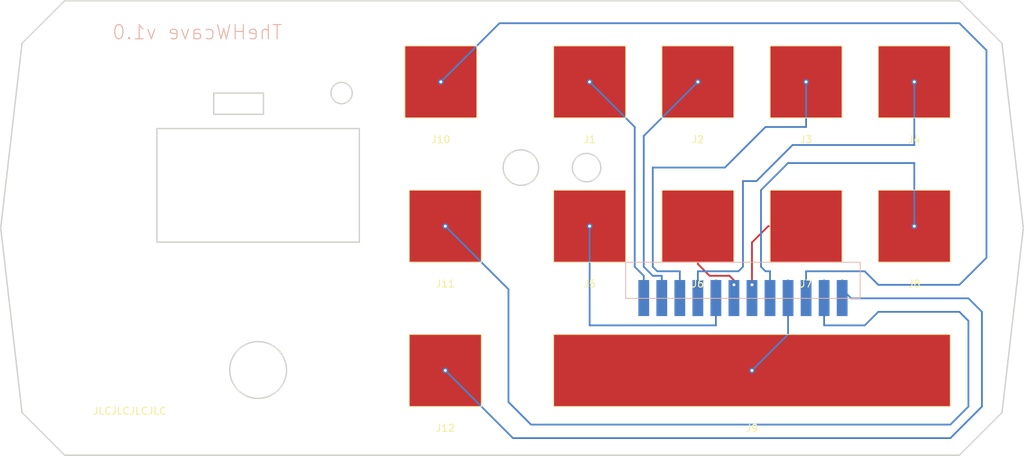
<source format=kicad_pcb>
(kicad_pcb (version 20171130) (host pcbnew 5.1.5-52549c5~86~ubuntu18.04.1)

  (general
    (thickness 2)
    (drawings 24)
    (tracks 99)
    (zones 0)
    (modules 13)
    (nets 13)
  )

  (page A4)
  (layers
    (0 F.Cu signal)
    (31 B.Cu signal)
    (32 B.Adhes user)
    (33 F.Adhes user)
    (34 B.Paste user)
    (35 F.Paste user)
    (36 B.SilkS user)
    (37 F.SilkS user)
    (38 B.Mask user)
    (39 F.Mask user)
    (40 Dwgs.User user)
    (41 Cmts.User user)
    (42 Eco1.User user)
    (43 Eco2.User user)
    (44 Edge.Cuts user)
    (45 Margin user)
    (46 B.CrtYd user)
    (47 F.CrtYd user)
    (48 B.Fab user)
    (49 F.Fab user)
  )

  (setup
    (last_trace_width 0.25)
    (trace_clearance 0.2)
    (zone_clearance 0.508)
    (zone_45_only no)
    (trace_min 0.2)
    (via_size 0.8)
    (via_drill 0.4)
    (via_min_size 0.4)
    (via_min_drill 0.3)
    (uvia_size 0.3)
    (uvia_drill 0.1)
    (uvias_allowed no)
    (uvia_min_size 0.2)
    (uvia_min_drill 0.1)
    (edge_width 0.05)
    (segment_width 0.2)
    (pcb_text_width 0.3)
    (pcb_text_size 1.5 1.5)
    (mod_edge_width 0.12)
    (mod_text_size 1 1)
    (mod_text_width 0.15)
    (pad_size 1.524 1.524)
    (pad_drill 0.762)
    (pad_to_mask_clearance 0.051)
    (solder_mask_min_width 0.25)
    (aux_axis_origin 0 0)
    (visible_elements FFFFFF7F)
    (pcbplotparams
      (layerselection 0x010fc_ffffffff)
      (usegerberextensions false)
      (usegerberattributes false)
      (usegerberadvancedattributes false)
      (creategerberjobfile false)
      (excludeedgelayer true)
      (linewidth 0.100000)
      (plotframeref false)
      (viasonmask false)
      (mode 1)
      (useauxorigin false)
      (hpglpennumber 1)
      (hpglpenspeed 20)
      (hpglpendiameter 15.000000)
      (psnegative false)
      (psa4output false)
      (plotreference true)
      (plotvalue true)
      (plotinvisibletext false)
      (padsonsilk false)
      (subtractmaskfromsilk false)
      (outputformat 1)
      (mirror false)
      (drillshape 0)
      (scaleselection 1)
      (outputdirectory "gerb"))
  )

  (net 0 "")
  (net 1 "Net-(J0-Pad1)")
  (net 2 "Net-(J0-Pad2)")
  (net 3 "Net-(J0-Pad3)")
  (net 4 "Net-(J0-Pad4)")
  (net 5 "Net-(J0-Pad5)")
  (net 6 "Net-(J0-Pad6)")
  (net 7 "Net-(J0-Pad7)")
  (net 8 "Net-(J0-Pad8)")
  (net 9 "Net-(J0-Pad9)")
  (net 10 "Net-(J0-Pad10)")
  (net 11 "Net-(J0-Pad11)")
  (net 12 "Net-(J0-Pad12)")

  (net_class Default "This is the default net class."
    (clearance 0.2)
    (trace_width 0.25)
    (via_dia 0.8)
    (via_drill 0.4)
    (uvia_dia 0.3)
    (uvia_drill 0.1)
    (add_net "Net-(J0-Pad1)")
    (add_net "Net-(J0-Pad10)")
    (add_net "Net-(J0-Pad11)")
    (add_net "Net-(J0-Pad12)")
    (add_net "Net-(J0-Pad2)")
    (add_net "Net-(J0-Pad3)")
    (add_net "Net-(J0-Pad4)")
    (add_net "Net-(J0-Pad5)")
    (add_net "Net-(J0-Pad6)")
    (add_net "Net-(J0-Pad7)")
    (add_net "Net-(J0-Pad8)")
    (add_net "Net-(J0-Pad9)")
  )

  (module "enviro-frontpanel:Touch pad -single 10x10" (layer F.Cu) (tedit 5E923D1C) (tstamp 5E961E32)
    (at 152.4 127)
    (path /5E973A19)
    (fp_text reference J12 (at 0 0.5) (layer F.SilkS)
      (effects (font (size 1 1) (thickness 0.15)))
    )
    (fp_text value Conn_01x01 (at 0 -0.5) (layer F.Fab)
      (effects (font (size 1 1) (thickness 0.15)))
    )
    (fp_line (start 5.08 -2.54) (end 5.08 -12.7) (layer F.SilkS) (width 0.12))
    (fp_line (start -5.08 -2.54) (end 5.08 -2.54) (layer F.SilkS) (width 0.12))
    (fp_line (start -5.08 -12.7) (end -5.08 -2.54) (layer F.SilkS) (width 0.12))
    (fp_line (start 5.08 -12.7) (end -5.08 -12.7) (layer F.SilkS) (width 0.12))
    (pad 1 smd rect (at 0 -7.62) (size 10.16 10.16) (layers F.Cu F.Paste F.Mask)
      (net 12 "Net-(J0-Pad12)"))
  )

  (module "enviro-frontpanel:Touch bar 2200mil" (layer F.Cu) (tedit 5E923CD8) (tstamp 5E961E17)
    (at 195.58 127)
    (path /5E973A0D)
    (fp_text reference J9 (at 0 0.5) (layer F.SilkS)
      (effects (font (size 1 1) (thickness 0.15)))
    )
    (fp_text value Conn_01x01 (at 0 -0.5) (layer F.Fab)
      (effects (font (size 1 1) (thickness 0.15)))
    )
    (fp_line (start -27.94 -2.54) (end -27.94 -12.7) (layer F.SilkS) (width 0.12))
    (fp_line (start 27.94 -2.54) (end -27.94 -2.54) (layer F.SilkS) (width 0.12))
    (fp_line (start 27.94 -12.7) (end 27.94 -2.54) (layer F.SilkS) (width 0.12))
    (fp_line (start -27.94 -12.7) (end 27.94 -12.7) (layer F.SilkS) (width 0.12))
    (pad 1 smd rect (at 0 -7.62) (size 55.88 10.16) (layers F.Cu F.Paste F.Mask)
      (net 9 "Net-(J0-Pad9)"))
  )

  (module "enviro-frontpanel:12-pin socket 2.54 SMD" (layer B.Cu) (tedit 5E94D5D8) (tstamp 5E961DC6)
    (at 210.82 106.68 270)
    (path /5E8EE9A4)
    (fp_text reference J0 (at 0 -0.5 90) (layer B.SilkS) hide
      (effects (font (size 1 1) (thickness 0.15)) (justify mirror))
    )
    (fp_text value Conn_01x12 (at 0 0.5 90) (layer B.Fab)
      (effects (font (size 1 1) (thickness 0.15)) (justify mirror))
    )
    (fp_line (start -2.54 33.02) (end 2.54 33.02) (layer B.SilkS) (width 0.12))
    (fp_line (start 2.54 33.02) (end 2.54 0) (layer B.SilkS) (width 0.12))
    (fp_line (start 2.54 0) (end -2.54 0) (layer B.SilkS) (width 0.12))
    (fp_line (start -2.54 0) (end -2.54 33.02) (layer B.SilkS) (width 0.12))
    (pad 1 smd rect (at 0 30.48 270) (size 5.08 1.524) (drill (offset 2.5 0)) (layers B.Cu B.Paste B.Mask)
      (net 1 "Net-(J0-Pad1)"))
    (pad 2 smd rect (at 0 27.94 270) (size 5.08 1.524) (drill (offset 2.5 0)) (layers B.Cu B.Paste B.Mask)
      (net 2 "Net-(J0-Pad2)"))
    (pad 3 smd rect (at 0 25.4 270) (size 5.08 1.524) (drill (offset 2.5 0)) (layers B.Cu B.Paste B.Mask)
      (net 3 "Net-(J0-Pad3)"))
    (pad 4 smd rect (at 0 22.86 270) (size 5.08 1.524) (drill (offset 2.5 0)) (layers B.Cu B.Paste B.Mask)
      (net 4 "Net-(J0-Pad4)"))
    (pad 5 smd rect (at 0 20.32 270) (size 5.08 1.524) (drill (offset 2.5 0)) (layers B.Cu B.Paste B.Mask)
      (net 5 "Net-(J0-Pad5)"))
    (pad 6 smd rect (at 0 17.78 270) (size 5.08 1.524) (drill (offset 2.5 0)) (layers B.Cu B.Paste B.Mask)
      (net 6 "Net-(J0-Pad6)"))
    (pad 7 smd rect (at 0 15.24 270) (size 5.08 1.524) (drill (offset 2.5 0)) (layers B.Cu B.Paste B.Mask)
      (net 7 "Net-(J0-Pad7)"))
    (pad 8 smd rect (at 0 12.7 270) (size 5.08 1.524) (drill (offset 2.5 0)) (layers B.Cu B.Paste B.Mask)
      (net 8 "Net-(J0-Pad8)"))
    (pad 9 smd rect (at 0 10.16 270) (size 5.08 1.524) (drill (offset 2.5 0)) (layers B.Cu B.Paste B.Mask)
      (net 9 "Net-(J0-Pad9)"))
    (pad 10 smd rect (at 0 7.62 270) (size 5.08 1.524) (drill (offset 2.5 0)) (layers B.Cu B.Paste B.Mask)
      (net 10 "Net-(J0-Pad10)"))
    (pad 11 smd rect (at 0 5.08 270) (size 5.08 1.524) (drill (offset 2.5 0)) (layers B.Cu B.Paste B.Mask)
      (net 11 "Net-(J0-Pad11)"))
    (pad 12 smd rect (at 0 2.54 270) (size 5.08 1.524) (drill (offset 2.5 0)) (layers B.Cu B.Paste B.Mask)
      (net 12 "Net-(J0-Pad12)"))
  )

  (module "enviro-frontpanel:Touch pad -single 10x10" (layer F.Cu) (tedit 5E923D1C) (tstamp 5E961DCF)
    (at 172.72 86.36)
    (path /5E961B8E)
    (fp_text reference J1 (at 0 0.5) (layer F.SilkS)
      (effects (font (size 1 1) (thickness 0.15)))
    )
    (fp_text value Conn_01x01 (at 0 -0.5) (layer F.Fab)
      (effects (font (size 1 1) (thickness 0.15)))
    )
    (fp_line (start 5.08 -12.7) (end -5.08 -12.7) (layer F.SilkS) (width 0.12))
    (fp_line (start -5.08 -12.7) (end -5.08 -2.54) (layer F.SilkS) (width 0.12))
    (fp_line (start -5.08 -2.54) (end 5.08 -2.54) (layer F.SilkS) (width 0.12))
    (fp_line (start 5.08 -2.54) (end 5.08 -12.7) (layer F.SilkS) (width 0.12))
    (pad 1 smd rect (at 0 -7.62) (size 10.16 10.16) (layers F.Cu F.Paste F.Mask)
      (net 1 "Net-(J0-Pad1)"))
  )

  (module "enviro-frontpanel:Touch pad -single 10x10" (layer F.Cu) (tedit 5E923D1C) (tstamp 5E961DD8)
    (at 187.96 86.36)
    (path /5E962791)
    (fp_text reference J2 (at 0 0.5) (layer F.SilkS)
      (effects (font (size 1 1) (thickness 0.15)))
    )
    (fp_text value Conn_01x01 (at 0 -0.5) (layer F.Fab)
      (effects (font (size 1 1) (thickness 0.15)))
    )
    (fp_line (start 5.08 -2.54) (end 5.08 -12.7) (layer F.SilkS) (width 0.12))
    (fp_line (start -5.08 -2.54) (end 5.08 -2.54) (layer F.SilkS) (width 0.12))
    (fp_line (start -5.08 -12.7) (end -5.08 -2.54) (layer F.SilkS) (width 0.12))
    (fp_line (start 5.08 -12.7) (end -5.08 -12.7) (layer F.SilkS) (width 0.12))
    (pad 1 smd rect (at 0 -7.62) (size 10.16 10.16) (layers F.Cu F.Paste F.Mask)
      (net 2 "Net-(J0-Pad2)"))
  )

  (module "enviro-frontpanel:Touch pad -single 10x10" (layer F.Cu) (tedit 5E923D1C) (tstamp 5E961DE1)
    (at 203.2 86.36)
    (path /5E9694DD)
    (fp_text reference J3 (at 0 0.5) (layer F.SilkS)
      (effects (font (size 1 1) (thickness 0.15)))
    )
    (fp_text value Conn_01x01 (at 0 -0.5) (layer F.Fab)
      (effects (font (size 1 1) (thickness 0.15)))
    )
    (fp_line (start 5.08 -2.54) (end 5.08 -12.7) (layer F.SilkS) (width 0.12))
    (fp_line (start -5.08 -2.54) (end 5.08 -2.54) (layer F.SilkS) (width 0.12))
    (fp_line (start -5.08 -12.7) (end -5.08 -2.54) (layer F.SilkS) (width 0.12))
    (fp_line (start 5.08 -12.7) (end -5.08 -12.7) (layer F.SilkS) (width 0.12))
    (pad 1 smd rect (at 0 -7.62) (size 10.16 10.16) (layers F.Cu F.Paste F.Mask)
      (net 3 "Net-(J0-Pad3)"))
  )

  (module "enviro-frontpanel:Touch pad -single 10x10" (layer F.Cu) (tedit 5E923D1C) (tstamp 5E961DEA)
    (at 218.44 86.36)
    (path /5E9694E3)
    (fp_text reference J4 (at 0 0.5) (layer F.SilkS)
      (effects (font (size 1 1) (thickness 0.15)))
    )
    (fp_text value Conn_01x01 (at 0 -0.5) (layer F.Fab)
      (effects (font (size 1 1) (thickness 0.15)))
    )
    (fp_line (start 5.08 -12.7) (end -5.08 -12.7) (layer F.SilkS) (width 0.12))
    (fp_line (start -5.08 -12.7) (end -5.08 -2.54) (layer F.SilkS) (width 0.12))
    (fp_line (start -5.08 -2.54) (end 5.08 -2.54) (layer F.SilkS) (width 0.12))
    (fp_line (start 5.08 -2.54) (end 5.08 -12.7) (layer F.SilkS) (width 0.12))
    (pad 1 smd rect (at 0 -7.62) (size 10.16 10.16) (layers F.Cu F.Paste F.Mask)
      (net 4 "Net-(J0-Pad4)"))
  )

  (module "enviro-frontpanel:Touch pad -single 10x10" (layer F.Cu) (tedit 5E923D1C) (tstamp 5E961DF3)
    (at 172.72 106.68)
    (path /5E9729EF)
    (fp_text reference J5 (at 0 0.5) (layer F.SilkS)
      (effects (font (size 1 1) (thickness 0.15)))
    )
    (fp_text value Conn_01x01 (at 0 -0.5) (layer F.Fab)
      (effects (font (size 1 1) (thickness 0.15)))
    )
    (fp_line (start 5.08 -12.7) (end -5.08 -12.7) (layer F.SilkS) (width 0.12))
    (fp_line (start -5.08 -12.7) (end -5.08 -2.54) (layer F.SilkS) (width 0.12))
    (fp_line (start -5.08 -2.54) (end 5.08 -2.54) (layer F.SilkS) (width 0.12))
    (fp_line (start 5.08 -2.54) (end 5.08 -12.7) (layer F.SilkS) (width 0.12))
    (pad 1 smd rect (at 0 -7.62) (size 10.16 10.16) (layers F.Cu F.Paste F.Mask)
      (net 5 "Net-(J0-Pad5)"))
  )

  (module "enviro-frontpanel:Touch pad -single 10x10" (layer F.Cu) (tedit 5E923D1C) (tstamp 5E961DFC)
    (at 187.96 106.68)
    (path /5E9729F5)
    (fp_text reference J6 (at 0 0.5) (layer F.SilkS)
      (effects (font (size 1 1) (thickness 0.15)))
    )
    (fp_text value Conn_01x01 (at 0 -0.5) (layer F.Fab)
      (effects (font (size 1 1) (thickness 0.15)))
    )
    (fp_line (start 5.08 -2.54) (end 5.08 -12.7) (layer F.SilkS) (width 0.12))
    (fp_line (start -5.08 -2.54) (end 5.08 -2.54) (layer F.SilkS) (width 0.12))
    (fp_line (start -5.08 -12.7) (end -5.08 -2.54) (layer F.SilkS) (width 0.12))
    (fp_line (start 5.08 -12.7) (end -5.08 -12.7) (layer F.SilkS) (width 0.12))
    (pad 1 smd rect (at 0 -7.62) (size 10.16 10.16) (layers F.Cu F.Paste F.Mask)
      (net 6 "Net-(J0-Pad6)"))
  )

  (module "enviro-frontpanel:Touch pad -single 10x10" (layer F.Cu) (tedit 5E923D1C) (tstamp 5E961E05)
    (at 203.2 106.68)
    (path /5E972A01)
    (fp_text reference J7 (at 0 0.5) (layer F.SilkS)
      (effects (font (size 1 1) (thickness 0.15)))
    )
    (fp_text value Conn_01x01 (at 0 -0.5) (layer F.Fab)
      (effects (font (size 1 1) (thickness 0.15)))
    )
    (fp_line (start 5.08 -2.54) (end 5.08 -12.7) (layer F.SilkS) (width 0.12))
    (fp_line (start -5.08 -2.54) (end 5.08 -2.54) (layer F.SilkS) (width 0.12))
    (fp_line (start -5.08 -12.7) (end -5.08 -2.54) (layer F.SilkS) (width 0.12))
    (fp_line (start 5.08 -12.7) (end -5.08 -12.7) (layer F.SilkS) (width 0.12))
    (pad 1 smd rect (at 0 -7.62) (size 10.16 10.16) (layers F.Cu F.Paste F.Mask)
      (net 7 "Net-(J0-Pad7)"))
  )

  (module "enviro-frontpanel:Touch pad -single 10x10" (layer F.Cu) (tedit 5E923D1C) (tstamp 5E961E0E)
    (at 218.44 106.68)
    (path /5E9729FB)
    (fp_text reference J8 (at 0 0.5) (layer F.SilkS)
      (effects (font (size 1 1) (thickness 0.15)))
    )
    (fp_text value Conn_01x01 (at 0 -0.5) (layer F.Fab)
      (effects (font (size 1 1) (thickness 0.15)))
    )
    (fp_line (start 5.08 -12.7) (end -5.08 -12.7) (layer F.SilkS) (width 0.12))
    (fp_line (start -5.08 -12.7) (end -5.08 -2.54) (layer F.SilkS) (width 0.12))
    (fp_line (start -5.08 -2.54) (end 5.08 -2.54) (layer F.SilkS) (width 0.12))
    (fp_line (start 5.08 -2.54) (end 5.08 -12.7) (layer F.SilkS) (width 0.12))
    (pad 1 smd rect (at 0 -7.62) (size 10.16 10.16) (layers F.Cu F.Paste F.Mask)
      (net 8 "Net-(J0-Pad8)"))
  )

  (module "enviro-frontpanel:Touch pad -single 10x10" (layer F.Cu) (tedit 5E923D1C) (tstamp 5E961E20)
    (at 151.765 86.36)
    (path /5E973A13)
    (fp_text reference J10 (at 0 0.5) (layer F.SilkS)
      (effects (font (size 1 1) (thickness 0.15)))
    )
    (fp_text value Conn_01x01 (at 0 -0.5) (layer F.Fab)
      (effects (font (size 1 1) (thickness 0.15)))
    )
    (fp_line (start 5.08 -2.54) (end 5.08 -12.7) (layer F.SilkS) (width 0.12))
    (fp_line (start -5.08 -2.54) (end 5.08 -2.54) (layer F.SilkS) (width 0.12))
    (fp_line (start -5.08 -12.7) (end -5.08 -2.54) (layer F.SilkS) (width 0.12))
    (fp_line (start 5.08 -12.7) (end -5.08 -12.7) (layer F.SilkS) (width 0.12))
    (pad 1 smd rect (at 0 -7.62) (size 10.16 10.16) (layers F.Cu F.Paste F.Mask)
      (net 10 "Net-(J0-Pad10)"))
  )

  (module "enviro-frontpanel:Touch pad -single 10x10" (layer F.Cu) (tedit 5E923D1C) (tstamp 5E961E29)
    (at 152.4 106.68)
    (path /5E973A1F)
    (fp_text reference J11 (at 0 0.5) (layer F.SilkS)
      (effects (font (size 1 1) (thickness 0.15)))
    )
    (fp_text value Conn_01x01 (at 0 -0.5) (layer F.Fab)
      (effects (font (size 1 1) (thickness 0.15)))
    )
    (fp_line (start 5.08 -12.7) (end -5.08 -12.7) (layer F.SilkS) (width 0.12))
    (fp_line (start -5.08 -12.7) (end -5.08 -2.54) (layer F.SilkS) (width 0.12))
    (fp_line (start -5.08 -2.54) (end 5.08 -2.54) (layer F.SilkS) (width 0.12))
    (fp_line (start 5.08 -2.54) (end 5.08 -12.7) (layer F.SilkS) (width 0.12))
    (pad 1 smd rect (at 0 -7.62) (size 10.16 10.16) (layers F.Cu F.Paste F.Mask)
      (net 11 "Net-(J0-Pad11)"))
  )

  (gr_text "TheHWcave v1.0" (at 117.475 71.755) (layer B.SilkS)
    (effects (font (size 2 2) (thickness 0.15)) (justify mirror))
  )
  (gr_text JLCJLCJLCJLC (at 107.95 125.095) (layer F.SilkS)
    (effects (font (size 1 1) (thickness 0.15)))
  )
  (gr_line (start 224.79 131.31) (end 230.79 125.31) (layer Edge.Cuts) (width 0.2))
  (gr_line (start 111.79 85.31) (end 140.29 85.31) (layer Edge.Cuts) (width 0.2))
  (gr_circle (center 172.29 90.81) (end 174.29 90.81) (layer Edge.Cuts) (width 0.2))
  (gr_line (start 126.79 83.31) (end 119.79 83.31) (layer Edge.Cuts) (width 0.2))
  (gr_line (start 119.79 83.31) (end 119.79 80.31) (layer Edge.Cuts) (width 0.2))
  (gr_line (start 98.79 131.31) (end 224.79 131.31) (layer Edge.Cuts) (width 0.2))
  (gr_circle (center 126.04 119.31) (end 130.04 119.31) (layer Edge.Cuts) (width 0.2))
  (gr_line (start 119.79 80.31) (end 126.79 80.31) (layer Edge.Cuts) (width 0.2))
  (gr_line (start 230.79 125.31) (end 233.79 99.31) (layer Edge.Cuts) (width 0.2))
  (gr_line (start 230.79 73.31) (end 224.79 67.31) (layer Edge.Cuts) (width 0.2))
  (gr_line (start 233.79 99.31) (end 230.79 73.31) (layer Edge.Cuts) (width 0.2))
  (gr_line (start 98.79 67.31) (end 92.79 73.31) (layer Edge.Cuts) (width 0.2))
  (gr_line (start 111.79 101.31) (end 111.79 85.31) (layer Edge.Cuts) (width 0.2))
  (gr_line (start 92.79 73.31) (end 89.79 99.31) (layer Edge.Cuts) (width 0.2))
  (gr_circle (center 163.04 90.81) (end 165.54 90.81) (layer Edge.Cuts) (width 0.2))
  (gr_circle (center 137.79 80.31) (end 139.29 80.31) (layer Edge.Cuts) (width 0.2))
  (gr_line (start 140.29 85.31) (end 140.29 101.31) (layer Edge.Cuts) (width 0.2))
  (gr_line (start 92.79 125.31) (end 98.79 131.31) (layer Edge.Cuts) (width 0.2))
  (gr_line (start 89.79 99.31) (end 92.79 125.31) (layer Edge.Cuts) (width 0.2))
  (gr_line (start 126.79 80.31) (end 126.79 83.31) (layer Edge.Cuts) (width 0.2))
  (gr_line (start 140.29 101.31) (end 111.79 101.31) (layer Edge.Cuts) (width 0.2))
  (gr_line (start 224.79 67.31) (end 98.79 67.31) (layer Edge.Cuts) (width 0.2))

  (segment (start 227.965 124.46) (end 223.52 128.905) (width 0.25) (layer B.Cu) (net 12))
  (via (at 195.58 107.315) (size 0.8) (drill 0.4) (layers F.Cu B.Cu) (net 7))
  (via (at 195.58 107.315) (size 0.8) (drill 0.4) (layers F.Cu B.Cu) (net 7))
  (via (at 193.04 107.315) (size 0.8) (drill 0.4) (layers F.Cu B.Cu) (net 6))
  (segment (start 180.34 106.68) (end 180.34 106.045) (width 0.25) (layer B.Cu) (net 1))
  (segment (start 180.34 106.045) (end 179.705 105.41) (width 0.25) (layer B.Cu) (net 1))
  (segment (start 179.705 105.41) (end 179.07 104.775) (width 0.25) (layer B.Cu) (net 1))
  (segment (start 179.07 104.775) (end 179.07 86.36) (width 0.25) (layer B.Cu) (net 1))
  (segment (start 179.07 86.36) (end 179.07 85.09) (width 0.25) (layer B.Cu) (net 1))
  (segment (start 179.07 85.09) (end 172.72 78.74) (width 0.25) (layer B.Cu) (net 1))
  (segment (start 172.72 78.74) (end 172.72 78.74) (width 0.25) (layer B.Cu) (net 1) (tstamp 5E962CF3))
  (via (at 172.72 78.74) (size 0.8) (drill 0.4) (layers F.Cu B.Cu) (net 1))
  (segment (start 182.88 106.68) (end 182.88 106.045) (width 0.25) (layer B.Cu) (net 2))
  (segment (start 182.88 106.045) (end 181.61 106.045) (width 0.25) (layer B.Cu) (net 2))
  (segment (start 181.60859 106.045) (end 180.34 104.77641) (width 0.25) (layer B.Cu) (net 2))
  (segment (start 181.61 106.045) (end 181.60859 106.045) (width 0.25) (layer B.Cu) (net 2))
  (segment (start 180.34 104.77641) (end 180.34 86.36) (width 0.25) (layer B.Cu) (net 2))
  (segment (start 180.34 86.36) (end 187.96 78.74) (width 0.25) (layer B.Cu) (net 2))
  (segment (start 187.96 78.74) (end 187.96 78.74) (width 0.25) (layer B.Cu) (net 2) (tstamp 5E962CF1))
  (via (at 187.96 78.74) (size 0.8) (drill 0.4) (layers F.Cu B.Cu) (net 2))
  (segment (start 185.42 106.68) (end 185.42 105.41) (width 0.25) (layer B.Cu) (net 3))
  (segment (start 185.42 105.41) (end 182.245 105.41) (width 0.25) (layer B.Cu) (net 3))
  (segment (start 181.61 90.805) (end 181.61 104.775) (width 0.25) (layer B.Cu) (net 3))
  (segment (start 191.77 90.805) (end 181.61 90.805) (width 0.25) (layer B.Cu) (net 3))
  (segment (start 197.485 85.09) (end 191.77 90.805) (width 0.25) (layer B.Cu) (net 3))
  (segment (start 181.61 104.775) (end 182.245 105.41) (width 0.25) (layer B.Cu) (net 3))
  (segment (start 203.2 85.09) (end 197.485 85.09) (width 0.25) (layer B.Cu) (net 3))
  (segment (start 203.2 78.74) (end 203.2 78.74) (width 0.25) (layer B.Cu) (net 3))
  (segment (start 203.2 78.74) (end 203.2 85.09) (width 0.25) (layer B.Cu) (net 3) (tstamp 5E962CEF))
  (via (at 203.2 78.74) (size 0.8) (drill 0.4) (layers F.Cu B.Cu) (net 3))
  (segment (start 187.96 106.68) (end 187.96 105.41) (width 0.25) (layer B.Cu) (net 4))
  (segment (start 187.96 105.41) (end 193.675 105.41) (width 0.25) (layer B.Cu) (net 4))
  (segment (start 193.675 105.41) (end 194.31 104.775) (width 0.25) (layer B.Cu) (net 4))
  (segment (start 194.31 104.775) (end 194.31 92.71) (width 0.25) (layer B.Cu) (net 4))
  (segment (start 196.21641 92.71) (end 201.29641 87.63) (width 0.25) (layer B.Cu) (net 4))
  (segment (start 194.31 92.71) (end 196.21641 92.71) (width 0.25) (layer B.Cu) (net 4))
  (segment (start 201.29641 87.63) (end 218.44 87.63) (width 0.25) (layer B.Cu) (net 4))
  (segment (start 218.44 87.63) (end 218.44 78.74) (width 0.25) (layer B.Cu) (net 4))
  (segment (start 218.44 78.74) (end 218.44 78.74) (width 0.25) (layer B.Cu) (net 4) (tstamp 5E962CED))
  (via (at 218.44 78.74) (size 0.8) (drill 0.4) (layers F.Cu B.Cu) (net 4))
  (segment (start 190.5 106.68) (end 190.5 113.03) (width 0.25) (layer B.Cu) (net 5))
  (segment (start 190.5 113.03) (end 172.72 113.03) (width 0.25) (layer B.Cu) (net 5))
  (segment (start 172.72 113.03) (end 172.72 99.06) (width 0.25) (layer B.Cu) (net 5))
  (segment (start 172.72 99.06) (end 172.72 99.06) (width 0.25) (layer B.Cu) (net 5) (tstamp 5E962CE3))
  (via (at 172.72 99.06) (size 0.8) (drill 0.4) (layers F.Cu B.Cu) (net 5))
  (segment (start 193.04 107.315) (end 193.04 106.68) (width 0.25) (layer F.Cu) (net 6))
  (segment (start 193.04 106.68) (end 192.405 106.045) (width 0.25) (layer F.Cu) (net 6))
  (segment (start 187.96 104.39) (end 187.96 99.06) (width 0.25) (layer F.Cu) (net 6))
  (segment (start 189.615 106.045) (end 187.96 104.39) (width 0.25) (layer F.Cu) (net 6))
  (segment (start 192.405 106.045) (end 189.615 106.045) (width 0.25) (layer F.Cu) (net 6))
  (segment (start 197.87 99.06) (end 203.2 99.06) (width 0.25) (layer F.Cu) (net 7))
  (segment (start 195.58 101.35) (end 197.87 99.06) (width 0.25) (layer F.Cu) (net 7))
  (segment (start 195.58 107.315) (end 195.58 101.35) (width 0.25) (layer F.Cu) (net 7))
  (segment (start 198.12 106.68) (end 198.12 105.41) (width 0.25) (layer B.Cu) (net 8))
  (segment (start 198.12 105.41) (end 197.485 105.41) (width 0.25) (layer B.Cu) (net 8))
  (segment (start 197.485 105.41) (end 196.85 104.775) (width 0.25) (layer B.Cu) (net 8))
  (segment (start 196.85 104.775) (end 196.85 93.98) (width 0.25) (layer B.Cu) (net 8))
  (segment (start 196.85 93.98) (end 200.66 90.17) (width 0.25) (layer B.Cu) (net 8))
  (segment (start 200.66 90.17) (end 218.44 90.17) (width 0.25) (layer B.Cu) (net 8))
  (segment (start 218.44 90.17) (end 218.44 99.06) (width 0.25) (layer B.Cu) (net 8))
  (segment (start 218.44 99.06) (end 218.44 99.06) (width 0.25) (layer B.Cu) (net 8) (tstamp 5E962CEB))
  (via (at 218.44 99.06) (size 0.8) (drill 0.4) (layers F.Cu B.Cu) (net 8))
  (segment (start 200.66 106.68) (end 200.66 114.3) (width 0.25) (layer B.Cu) (net 9))
  (segment (start 200.66 114.3) (end 195.58 119.38) (width 0.25) (layer B.Cu) (net 9))
  (segment (start 195.58 119.38) (end 195.58 119.38) (width 0.25) (layer B.Cu) (net 9) (tstamp 5E962CE9))
  (via (at 195.58 119.38) (size 0.8) (drill 0.4) (layers F.Cu B.Cu) (net 9))
  (segment (start 151.765 78.74) (end 151.765 78.74) (width 0.25) (layer B.Cu) (net 10) (tstamp 5E962CFA))
  (via (at 151.765 78.74) (size 0.8) (drill 0.4) (layers F.Cu B.Cu) (net 10))
  (segment (start 160.02 70.485) (end 151.765 78.74) (width 0.25) (layer B.Cu) (net 10))
  (segment (start 224.79 70.485) (end 160.02 70.485) (width 0.25) (layer B.Cu) (net 10))
  (segment (start 228.6 74.295) (end 224.79 70.485) (width 0.25) (layer B.Cu) (net 10))
  (segment (start 203.2 105.41) (end 211.455 105.41) (width 0.25) (layer B.Cu) (net 10))
  (segment (start 203.2 106.68) (end 203.2 105.41) (width 0.25) (layer B.Cu) (net 10))
  (segment (start 211.455 105.41) (end 213.36 107.315) (width 0.25) (layer B.Cu) (net 10))
  (segment (start 224.79 107.315) (end 228.6 103.505) (width 0.25) (layer B.Cu) (net 10))
  (segment (start 213.36 107.315) (end 224.79 107.315) (width 0.25) (layer B.Cu) (net 10))
  (segment (start 228.6 103.505) (end 228.6 74.295) (width 0.25) (layer B.Cu) (net 10))
  (segment (start 152.4 99.06) (end 152.4 99.06) (width 0.25) (layer B.Cu) (net 11) (tstamp 5E962CE5))
  (via (at 152.4 99.06) (size 0.8) (drill 0.4) (layers F.Cu B.Cu) (net 11))
  (segment (start 161.29 107.95) (end 152.4 99.06) (width 0.25) (layer B.Cu) (net 11))
  (segment (start 161.29 123.825) (end 161.29 107.95) (width 0.25) (layer B.Cu) (net 11))
  (segment (start 223.52 127) (end 164.465 127) (width 0.25) (layer B.Cu) (net 11))
  (segment (start 226.06 124.46) (end 223.52 127) (width 0.25) (layer B.Cu) (net 11))
  (segment (start 164.465 127) (end 161.29 123.825) (width 0.25) (layer B.Cu) (net 11))
  (segment (start 205.74 113.03) (end 211.455 113.03) (width 0.25) (layer B.Cu) (net 11))
  (segment (start 205.74 106.68) (end 205.74 113.03) (width 0.25) (layer B.Cu) (net 11))
  (segment (start 211.455 113.03) (end 213.36 111.125) (width 0.25) (layer B.Cu) (net 11))
  (segment (start 226.06 112.395) (end 226.06 124.46) (width 0.25) (layer B.Cu) (net 11))
  (segment (start 213.36 111.125) (end 224.79 111.125) (width 0.25) (layer B.Cu) (net 11))
  (segment (start 224.79 111.125) (end 226.06 112.395) (width 0.25) (layer B.Cu) (net 11))
  (segment (start 208.28 106.68) (end 208.28 107.95) (width 0.25) (layer B.Cu) (net 12))
  (segment (start 208.28 107.95) (end 209.55 109.22) (width 0.25) (layer B.Cu) (net 12))
  (segment (start 161.925 128.905) (end 152.4 119.38) (width 0.25) (layer B.Cu) (net 12))
  (segment (start 223.52 128.905) (end 161.925 128.905) (width 0.25) (layer B.Cu) (net 12))
  (segment (start 152.4 119.38) (end 152.4 119.38) (width 0.25) (layer B.Cu) (net 12) (tstamp 5E962CE7))
  (via (at 152.4 119.38) (size 0.8) (drill 0.4) (layers F.Cu B.Cu) (net 12))
  (segment (start 226.06 109.22) (end 227.965 111.125) (width 0.25) (layer B.Cu) (net 12))
  (segment (start 227.965 111.125) (end 227.965 124.46) (width 0.25) (layer B.Cu) (net 12))
  (segment (start 209.55 109.22) (end 226.06 109.22) (width 0.25) (layer B.Cu) (net 12))

)

</source>
